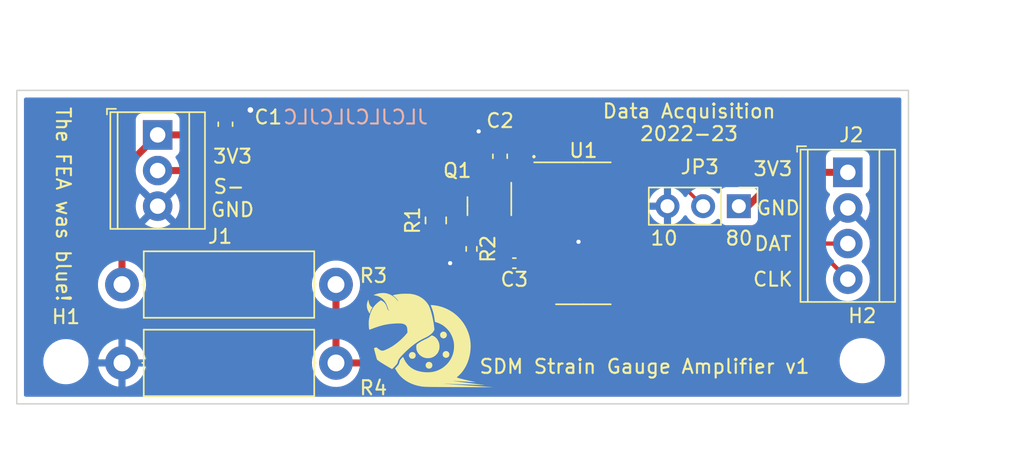
<source format=kicad_pcb>
(kicad_pcb (version 20221018) (generator pcbnew)
  (title_block (title "SDM Strain Gauge Amplifier Board") (date "2023-01-26") (rev "v1") (company "Sun Devil Motorsports"))
  (layers (0 "F.Cu" signal) (31 "B.Cu" signal) (34 "B.Paste" user) (35 "F.Paste" user) (36 "B.SilkS" user "B.Silkscreen") (37 "F.SilkS" user "F.Silkscreen") (38 "B.Mask" user) (39 "F.Mask" user) (44 "Edge.Cuts" user))
  (net 0 "")
  (net 1 "+3.3VA")
  (net 2 "/S-")
  (net 3 "GND")
  (net 4 "+3.3V")
  (net 5 "/DAT")
  (net 6 "/CLK")
  (net 7 "Net-(Q1-Pad1)")
  (net 8 "/S+")
  (net 9 "Net-(R1-Pad1)")
  (net 10 "Net-(C3-Pad1)")
  (net 14 "/RATE")
  (footprint "TerminalBlock_TE-Connectivity:TerminalBlock_TE_282834-4_1x04_P2.54mm_Horizontal" (layer "F.Cu") (at 164.973 93.091 -90)
    (fp_text reference "J2" (at -2.667 -0.254 180) (layer "F.SilkS"))
    (fp_text value "MCU")
    (fp_line (start -1.86 2.97) (end -1.86 3.61) (stroke (width 0.12)) (layer "F.SilkS"))
    (fp_line (start -1.86 3.61) (end -1.46 3.61) (stroke (width 0.12)) (layer "F.SilkS"))
    (fp_line (start -1.62 -3.37) (end -1.62 3.37) (stroke (width 0.12)) (layer "F.SilkS"))
    (fp_line (start -1.62 -3.37) (end 9.241 -3.37) (stroke (width 0.12)) (layer "F.SilkS"))
    (fp_line (start -1.62 -2.25) (end 9.241 -2.25) (stroke (width 0.12)) (layer "F.SilkS"))
    (fp_line (start -1.62 2.85) (end 9.241 2.85) (stroke (width 0.12)) (layer "F.SilkS"))
    (fp_line (start -1.62 3.37) (end 9.241 3.37) (stroke (width 0.12)) (layer "F.SilkS"))
    (fp_line (start 9.241 -3.37) (end 9.241 3.37) (stroke (width 0.12)) (layer "F.SilkS"))
    (pad "1" thru_hole rect (at 0 0 270) (size 2.1 2.1) (drill 1.1) (layers "*.Cu" "*.Mask") (net 4 "+3.3V"))
    (pad "2" thru_hole circle (at 2.54 0 270) (size 2.1 2.1) (drill 1.1) (layers "*.Cu" "*.Mask") (net 3 "GND"))
    (pad "3" thru_hole circle (at 5.08 0 270) (size 2.1 2.1) (drill 1.1) (layers "*.Cu" "*.Mask") (net 5 "/DAT"))
    (pad "4" thru_hole circle (at 7.62 0 270) (size 2.1 2.1) (drill 1.1) (layers "*.Cu" "*.Mask") (net 6 "/CLK"))
  )
  (footprint "Capacitor_SMD:C_0603_1608Metric" (layer "F.Cu") (at 120.65 89.662 -90)
    (fp_text reference "C1" (at -0.508 -3.048 180) (layer "F.SilkS"))
    (fp_text value "10uF")
    (fp_line (start -0.14058 -0.51) (end 0.14058 -0.51) (stroke (width 0.12)) (layer "F.SilkS"))
    (fp_line (start -0.14058 0.51) (end 0.14058 0.51) (stroke (width 0.12)) (layer "F.SilkS"))
    (pad "1" smd roundrect (at -0.775 0 270) (size 0.9 0.95) (layers "F.Cu" "F.Paste" "F.Mask") (net 3 "GND"))
    (pad "2" smd roundrect (at 0.775 0 270) (size 0.9 0.95) (layers "F.Cu" "F.Paste" "F.Mask") (net 1 "+3.3VA"))
  )
  (footprint "Package_SO:SOP-16_3.9x9.9mm_P1.27mm" (layer "F.Cu") (at 146.14 97.44)
    (fp_text reference "U1" (at 0 -5.9) (layer "F.SilkS"))
    (fp_text value "HX711")
    (fp_line (start 0 -5.06) (end -3.5 -5.06) (stroke (width 0.12)) (layer "F.SilkS"))
    (fp_line (start 0 -5.06) (end 1.95 -5.06) (stroke (width 0.12)) (layer "F.SilkS"))
    (fp_line (start 0 5.06) (end -1.95 5.06) (stroke (width 0.12)) (layer "F.SilkS"))
    (fp_line (start 0 5.06) (end 1.95 5.06) (stroke (width 0.12)) (layer "F.SilkS"))
    (pad "1" smd roundrect (at -2.5 -4.445) (size 2 0.6) (layers "F.Cu" "F.Paste" "F.Mask") (net 4 "+3.3V"))
    (pad "2" smd roundrect (at -2.5 -3.175) (size 2 0.6) (layers "F.Cu" "F.Paste" "F.Mask") (net 7 "Net-(Q1-Pad1)"))
    (pad "3" smd roundrect (at -2.5 -1.905) (size 2 0.6) (layers "F.Cu" "F.Paste" "F.Mask") (net 1 "+3.3VA"))
    (pad "4" smd roundrect (at -2.5 -0.635) (size 2 0.6) (layers "F.Cu" "F.Paste" "F.Mask") (net 9 "Net-(R1-Pad1)"))
    (pad "5" smd roundrect (at -2.5 0.635) (size 2 0.6) (layers "F.Cu" "F.Paste" "F.Mask") (net 3 "GND"))
    (pad "6" smd roundrect (at -2.5 1.905) (size 2 0.6) (layers "F.Cu" "F.Paste" "F.Mask") (net 10 "Net-(C3-Pad1)"))
    (pad "7" smd roundrect (at -2.5 3.175) (size 2 0.6) (layers "F.Cu" "F.Paste" "F.Mask") (net 2 "/S-"))
    (pad "8" smd roundrect (at -2.5 4.445) (size 2 0.6) (layers "F.Cu" "F.Paste" "F.Mask") (net 8 "/S+"))
    (pad "9" smd roundrect (at 2.5 4.445) (size 2 0.6) (layers "F.Cu" "F.Paste" "F.Mask"))
    (pad "10" smd roundrect (at 2.5 3.175) (size 2 0.6) (layers "F.Cu" "F.Paste" "F.Mask"))
    (pad "11" smd roundrect (at 2.5 1.905) (size 2 0.6) (layers "F.Cu" "F.Paste" "F.Mask") (net 6 "/CLK"))
    (pad "12" smd roundrect (at 2.5 0.635) (size 2 0.6) (layers "F.Cu" "F.Paste" "F.Mask") (net 5 "/DAT"))
    (pad "13" smd roundrect (at 2.5 -0.635) (size 2 0.6) (layers "F.Cu" "F.Paste" "F.Mask"))
    (pad "14" smd roundrect (at 2.5 -1.905) (size 2 0.6) (layers "F.Cu" "F.Paste" "F.Mask") (net 3 "GND"))
    (pad "15" smd roundrect (at 2.5 -3.175) (size 2 0.6) (layers "F.Cu" "F.Paste" "F.Mask") (net 14 "/RATE"))
    (pad "16" smd roundrect (at 2.5 -4.445) (size 2 0.6) (layers "F.Cu" "F.Paste" "F.Mask") (net 4 "+3.3V"))
  )
  (footprint "Resistor_SMD:R_0805_2012Metric" (layer "F.Cu") (at 135.636 96.52 90)
    (fp_text reference "R1" (at 0 -1.65 90) (layer "F.SilkS"))
    (fp_text value "20k")
    (fp_line (start -0.227064 -0.735) (end 0.227064 -0.735) (stroke (width 0.12)) (layer "F.SilkS"))
    (fp_line (start -0.227064 0.735) (end 0.227064 0.735) (stroke (width 0.12)) (layer "F.SilkS"))
    (pad "1" smd roundrect (at -0.9125 0 90) (size 1.025 1.4) (layers "F.Cu" "F.Paste" "F.Mask") (roundrect_rratio 0.243902439) (net 9 "Net-(R1-Pad1)"))
    (pad "2" smd roundrect (at 0.9125 0 90) (size 1.025 1.4) (layers "F.Cu" "F.Paste" "F.Mask") (roundrect_rratio 0.243902439) (net 1 "+3.3VA"))
  )
  (footprint "Connector_PinHeader_2.54mm:PinHeader_1x03_P2.54mm_Vertical" (layer "F.Cu") (at 157.211 95.504 -90)
    (fp_text reference "JP3" (at -2.794 2.779 180) (layer "F.SilkS"))
    (fp_text value "RateSelector")
    (fp_line (start -1.33 -1.33) (end 0 -1.33) (stroke (width 0.12)) (layer "F.SilkS"))
    (fp_line (start -1.33 0) (end -1.33 -1.33) (stroke (width 0.12)) (layer "F.SilkS"))
    (fp_line (start -1.33 1.27) (end -1.33 6.41) (stroke (width 0.12)) (layer "F.SilkS"))
    (fp_line (start -1.33 1.27) (end 1.33 1.27) (stroke (width 0.12)) (layer "F.SilkS"))
    (fp_line (start -1.33 6.41) (end 1.33 6.41) (stroke (width 0.12)) (layer "F.SilkS"))
    (fp_line (start 1.33 1.27) (end 1.33 6.41) (stroke (width 0.12)) (layer "F.SilkS"))
    (pad "1" thru_hole rect (at 0 0 270) (size 1.7 1.7) (drill 1) (layers "*.Cu" "*.Mask") (net 4 "+3.3V"))
    (pad "2" thru_hole oval (at 0 2.54 270) (size 1.7 1.7) (drill 1) (layers "*.Cu" "*.Mask") (net 14 "/RATE"))
    (pad "3" thru_hole oval (at 0 5.08 270) (size 1.7 1.7) (drill 1) (layers "*.Cu" "*.Mask") (net 3 "GND"))
  )
  (footprint "SDM:Logo" (layer "F.Cu") (at 135.255 105.029)
    (fp_text reference "G***" hide)
    (fp_text value "LOGO" hide)
    (fp_poly (pts (xy -4.410053 -2.775514) (xy -4.386743 -2.657012) (xy -4.35352 -2.554398) (xy -4.310786 -2.468425) (xy -4.258946 -2.399844) (xy -4.198404 -2.349406) (xy -4.173257 -2.33518) (xy -4.12568 -2.31142) (xy -4.157813 -2.264716) (xy -4.214815 -2.168953) (xy -4.266009 -2.055519) (xy -4.311907 -1.923241) (xy -4.322716 -1.886735) (xy -4.327321 -1.874802) (xy -4.333596 -1.873502) (xy -4.344461 -1.884972) (xy -4.362838 -1.911352) (xy -4.369024 -1.920641) (xy -4.4412 -2.045816) (xy -4.493399 -2.173211) (xy -4.525534 -2.30185) (xy -4.537514 -2.430756) (xy -4.529251 -2.558954) (xy -4.500654 -2.685465) (xy -4.451635 -2.809315) (xy -4.450572 -2.8115) (xy -4.423309 -2.867339)) (fill solid) (layer "F.SilkS"))
    (fp_poly (pts (xy -0.045447 1.582187) (xy 0.010971 1.60497) (xy 0.06099 1.642811) (xy 0.101425 1.695936) (xy 0.112111 1.716834) (xy 0.131572 1.781842) (xy 0.132511 1.846648) (xy 0.116748 1.908098) (xy 0.0861 1.963037) (xy 0.042387 2.008311) (xy -0.012575 2.040765) (xy -0.076966 2.057245) (xy -0.084502 2.057944) (xy -0.121729 2.058857) (xy -0.154306 2.056391) (xy -0.166762 2.053711) (xy -0.23422 2.022265) (xy -0.287635 1.978091) (xy -0.325551 1.923747) (xy -0.346514 1.86179) (xy -0.34907 1.794779) (xy -0.33996 1.748997) (xy -0.312036 1.686196) (xy -0.271402 1.637092) (xy -0.22124 1.601913) (xy -0.164737 1.580885) (xy -0.105078 1.574234)) (fill solid) (layer "F.SilkS"))
    (fp_poly (pts (xy -1.224115 0.881455) (xy -1.162626 0.907977) (xy -1.112362 0.951726) (xy -1.078811 1.003058) (xy -1.056743 1.068649) (xy -1.053429 1.135127) (xy -1.067579 1.198941) (xy -1.097906 1.256538) (xy -1.143121 1.304367) (xy -1.200383 1.338233) (xy -1.24403 1.349308) (xy -1.297602 1.352816) (xy -1.35155 1.348605) (xy -1.383883 1.341158) (xy -1.426851 1.318535) (xy -1.468399 1.281416) (xy -1.503066 1.235746) (xy -1.525393 1.18747) (xy -1.525563 1.186901) (xy -1.537297 1.141712) (xy -1.540677 1.106489) (xy -1.535413 1.071989) (xy -1.521217 1.028965) (xy -1.52057 1.027229) (xy -1.487226 0.965737) (xy -1.439684 0.918587) (xy -1.380184 0.887314) (xy -1.310966 0.873456) (xy -1.295589 0.872904)) (fill solid) (layer "F.SilkS"))
    (fp_poly (pts (xy 1.015718 -0.566714) (xy 1.065516 -0.537056) (xy 1.093084 -0.512338) (xy 1.134719 -0.457534) (xy 1.158386 -0.397145) (xy 1.164968 -0.334473) (xy 1.155345 -0.272817) (xy 1.130396 -0.215479) (xy 1.091004 -0.16576) (xy 1.038048 -0.126961) (xy 0.984536 -0.105446) (xy 0.947444 -0.096857) (xy 0.916681 -0.095412) (xy 0.883409 -0.101627) (xy 0.845931 -0.113532) (xy 0.781189 -0.145609) (xy 0.732118 -0.191168) (xy 0.699471 -0.249139) (xy 0.684002 -0.318455) (xy 0.682789 -0.344624) (xy 0.684166 -0.386829) (xy 0.690572 -0.418154) (xy 0.704562 -0.448407) (xy 0.713905 -0.464113) (xy 0.75847 -0.520612) (xy 0.811157 -0.558264) (xy 0.87324 -0.577901) (xy 0.891765 -0.58022) (xy 0.959534 -0.580518)) (fill solid) (layer "F.SilkS"))
    (fp_poly (pts (xy 1.192618 0.81913) (xy 1.25046 0.851605) (xy 1.278327 0.876592) (xy 1.317653 0.930602) (xy 1.339 0.992421) (xy 1.34397 1.048632) (xy 1.334484 1.118771) (xy 1.307131 1.179693) (xy 1.263574 1.229158) (xy 1.205472 1.264924) (xy 1.175532 1.275804) (xy 1.125977 1.287901) (xy 1.085905 1.290205) (xy 1.046426 1.282748) (xy 1.026812 1.276333) (xy 0.974759 1.251845) (xy 0.932519 1.216907) (xy 0.901359 1.178243) (xy 0.883938 1.150253) (xy 0.87372 1.122552) (xy 0.868339 1.087032) (xy 0.866444 1.058462) (xy 0.868289 0.994646) (xy 0.882773 0.942852) (xy 0.912423 0.896885) (xy 0.94658 0.862103) (xy 1.002116 0.825072) (xy 1.064359 0.805685) (xy 1.129222 0.803764)) (fill solid) (layer "F.SilkS"))
    (fp_poly (pts (xy 0.10462 -0.309346) (xy 0.133154 -0.301055) (xy 0.15935 -0.292449) (xy 0.254099 -0.249147) (xy 0.342445 -0.18766) (xy 0.42269 -0.110104) (xy 0.493136 -0.018591) (xy 0.552086 0.084764) (xy 0.597844 0.197847) (xy 0.621449 0.283132) (xy 0.633416 0.357156) (xy 0.639274 0.441205) (xy 0.639111 0.528294) (xy 0.63301 0.611441) (xy 0.62106 0.68366) (xy 0.616288 0.702357) (xy 0.594763 0.766722) (xy 0.566235 0.835563) (xy 0.53428 0.901051) (xy 0.502474 0.955356) (xy 0.497207 0.963102) (xy 0.463326 1.005736) (xy 0.418445 1.054274) (xy 0.36866 1.10271) (xy 0.320069 1.14504) (xy 0.287775 1.169373) (xy 0.180612 1.232558) (xy 0.070483 1.277214) (xy -0.045514 1.30409) (xy -0.170279 1.31394) (xy -0.26046 1.311371) (xy -0.384787 1.293061) (xy -0.503562 1.255937) (xy -0.614837 1.201595) (xy -0.716666 1.13163) (xy -0.807105 1.047637) (xy -0.884207 0.951213) (xy -0.946026 0.843951) (xy -0.990616 0.727447) (xy -0.995917 0.708449) (xy -1.005081 0.660121) (xy -1.011071 0.600265) (xy -1.013769 0.535404) (xy -1.013059 0.472057) (xy -1.008825 0.416746) (xy -1.001801 0.378854) (xy -0.993532 0.356887) (xy -0.980207 0.335715) (xy -0.95937 0.313036) (xy -0.928564 0.28655) (xy -0.885335 0.253955) (xy -0.827226 0.21295) (xy -0.817843 0.206461) (xy -0.709567 0.137411) (xy -0.582085 0.066337) (xy -0.436839 -0.005973) (xy -0.380841 -0.03199) (xy -0.261619 -0.089465) (xy -0.158401 -0.146091) (xy -0.06665 -0.204512) (xy 0.003705 -0.255993) (xy 0.037659 -0.281361) (xy 0.066219 -0.300842) (xy 0.084905 -0.311455) (xy 0.088709 -0.312551)) (fill solid) (layer "F.SilkS"))
    (fp_poly (pts (xy -3.310822 -3.332449) (xy -3.209587 -3.323845) (xy -3.178505 -3.319096) (xy -3.025333 -3.281942) (xy -2.877694 -3.224865) (xy -2.736156 -3.148179) (xy -2.601287 -3.052198) (xy -2.473656 -2.937234) (xy -2.457735 -2.921025) (xy -2.4197 -2.880581) (xy -2.384252 -2.840768) (xy -2.355599 -2.80644) (xy -2.339143 -2.784311) (xy -2.322087 -2.759141) (xy -2.310155 -2.743101) (xy -2.307013 -2.740033) (xy -2.305647 -2.748236) (xy -2.311955 -2.769093) (xy -2.323618 -2.796975) (xy -2.338312 -2.826255) (xy -2.351708 -2.848412) (xy -2.379572 -2.884086) (xy -2.419482 -2.928351) (xy -2.467067 -2.976968) (xy -2.517953 -3.025698) (xy -2.56777 -3.070303) (xy -2.612144 -3.106544) (xy -2.634651 -3.122719) (xy -2.667062 -3.145934) (xy -2.685303 -3.162775) (xy -2.687463 -3.17144) (xy -2.686682 -3.171802) (xy -2.637546 -3.186297) (xy -2.571918 -3.201847) (xy -2.494067 -3.217704) (xy -2.408258 -3.233119) (xy -2.318761 -3.247343) (xy -2.229841 -3.259627) (xy -2.145767 -3.269224) (xy -2.11493 -3.272101) (xy -2.050449 -3.276478) (xy -1.97335 -3.279794) (xy -1.887693 -3.282047) (xy -1.797533 -3.283237) (xy -1.706931 -3.283365) (xy -1.619942 -3.28243) (xy -1.540625 -3.280433) (xy -1.473037 -3.277373) (xy -1.421237 -3.273251) (xy -1.41169 -3.272114) (xy -1.233438 -3.242398) (xy -1.069894 -3.201032) (xy -0.917746 -3.146827) (xy -0.773681 -3.078593) (xy -0.634388 -2.995142) (xy -0.62757 -2.990602) (xy -0.505531 -2.899343) (xy -0.390524 -2.794502) (xy -0.285707 -2.67965) (xy -0.194235 -2.558358) (xy -0.119268 -2.434198) (xy -0.097876 -2.391491) (xy -0.056928 -2.296059) (xy -0.015499 -2.182518) (xy 0.025769 -2.053567) (xy 0.066232 -1.911904) (xy 0.105246 -1.760227) (xy 0.142168 -1.601235) (xy 0.176355 -1.437624) (xy 0.207162 -1.272095) (xy 0.233947 -1.107343) (xy 0.256066 -0.946069) (xy 0.264833 -0.870719) (xy 0.270988 -0.812701) (xy 0.274631 -0.771124) (xy 0.275672 -0.741733) (xy 0.27402 -0.720271) (xy 0.269587 -0.702485) (xy 0.262283 -0.684119) (xy 0.260824 -0.680803) (xy 0.212718 -0.594553) (xy 0.145298 -0.508263) (xy 0.060049 -0.423198) (xy -0.041547 -0.340629) (xy -0.158007 -0.261821) (xy -0.287847 -0.188044) (xy -0.354225 -0.154916) (xy -0.416624 -0.124867) (xy -0.479368 -0.094278) (xy -0.537256 -0.065709) (xy -0.585088 -0.04172) (xy -0.609475 -0.029198) (xy -0.795774 0.076063) (xy -0.987186 0.199616) (xy -1.181979 0.340076) (xy -1.37842 0.496056) (xy -1.574776 0.666169) (xy -1.769316 0.849029) (xy -1.960306 1.043248) (xy -1.993236 1.078302) (xy -2.069986 1.161458) (xy -2.133298 1.232451) (xy -2.184716 1.293601) (xy -2.225781 1.347231) (xy -2.258035 1.395661) (xy -2.28302 1.441213) (xy -2.302279 1.486207) (xy -2.317353 1.532964) (xy -2.329785 1.583806) (xy -2.330126 1.585387) (xy -2.342681 1.63409) (xy -2.35895 1.673345) (xy -2.383452 1.712933) (xy -2.39879 1.734028) (xy -2.421249 1.761947) (xy -2.452742 1.798277) (xy -2.490795 1.840446) (xy -2.532933 1.88588) (xy -2.576682 1.932005) (xy -2.619566 1.976248) (xy -2.65911 2.016035) (xy -2.69284 2.048792) (xy -2.718281 2.071947) (xy -2.732958 2.082924) (xy -2.734824 2.083464) (xy -2.750535 2.078499) (xy -2.774594 2.067283) (xy -2.776497 2.066283) (xy -2.843673 2.0297) (xy -2.92366 1.984504) (xy -3.013165 1.932685) (xy -3.108897 1.876237) (xy -3.207564 1.817151) (xy -3.305871 1.75742) (xy -3.400528 1.699034) (xy -3.488243 1.643987) (xy -3.565722 1.594271) (xy -3.629673 1.551876) (xy -3.651641 1.536779) (xy -3.710126 1.495183) (xy -3.753714 1.461567) (xy -3.785173 1.432855) (xy -3.807267 1.405972) (xy -3.822764 1.377841) (xy -3.834428 1.345387) (xy -3.839273 1.328143) (xy -3.846868 1.299735) (xy -3.859036 1.2544) (xy -3.874921 1.195326) (xy -3.893662 1.125702) (xy -3.914403 1.048717) (xy -3.936286 0.96756) (xy -3.944182 0.93829) (xy -3.965037 0.860052) (xy -3.983749 0.788029) (xy -3.999699 0.724744) (xy -4.012271 0.672718) (xy -4.020849 0.634474) (xy -4.024814 0.612535) (xy -4.024875 0.608469) (xy -4.011771 0.596088) (xy -3.984292 0.581239) (xy -3.948306 0.566396) (xy -3.909678 0.554034) (xy -3.880408 0.547527) (xy -3.859763 0.545042) (xy -3.842861 0.547033) (xy -3.824955 0.555869) (xy -3.801296 0.573921) (xy -3.767136 0.60356) (xy -3.765806 0.604735) (xy -3.688162 0.666958) (xy -3.610938 0.716701) (xy -3.536715 0.752752) (xy -3.468075 0.773893) (xy -3.407598 0.778912) (xy -3.397633 0.777991) (xy -3.346704 0.767094) (xy -3.281349 0.745922) (xy -3.204417 0.715849) (xy -3.118758 0.678249) (xy -3.027223 0.634496) (xy -2.932661 0.585964) (xy -2.837922 0.534025) (xy -2.745857 0.480055) (xy -2.659315 0.425427) (xy -2.641058 0.413295) (xy -2.487505 0.304242) (xy -2.331983 0.182538) (xy -2.178274 0.051631) (xy -2.03016 -0.08503) (xy -1.891423 -0.223995) (xy -1.765845 -0.361817) (xy -1.687058 -0.456691) (xy -1.642919 -0.512274) (xy -1.64974 -0.677744) (xy -1.655803 -0.771912) (xy -1.666298 -0.848698) (xy -1.682537 -0.911324) (xy -1.705833 -0.96301) (xy -1.737499 -1.006976) (xy -1.778847 -1.046443) (xy -1.809513 -1.069776) (xy -1.856394 -1.098825) (xy -1.908373 -1.122056) (xy -1.96785 -1.139859) (xy -2.037223 -1.152623) (xy -2.118895 -1.16074) (xy -2.215263 -1.164598) (xy -2.328729 -1.164589) (xy -2.385808 -1.163432) (xy -2.626811 -1.152295) (xy -2.858596 -1.130867) (xy -3.084772 -1.098384) (xy -3.308946 -1.054085) (xy -3.534726 -0.997209) (xy -3.765722 -0.926994) (xy -4.00554 -0.842678) (xy -4.128256 -0.795635) (xy -4.188578 -0.772214) (xy -4.242875 -0.751676) (xy -4.287957 -0.735183) (xy -4.320632 -0.723899) (xy -4.337712 -0.718986) (xy -4.338861 -0.718868) (xy -4.356015 -0.727094) (xy -4.363927 -0.737141) (xy -4.373066 -0.765054) (xy -4.381064 -0.810413) (xy -4.387805 -0.869853) (xy -4.393172 -0.940007) (xy -4.397047 -1.017511) (xy -4.399313 -1.098998) (xy -4.399853 -1.181104) (xy -4.398551 -1.260462) (xy -4.395289 -1.333706) (xy -4.38995 -1.397473) (xy -4.387573 -1.416899) (xy -4.358698 -1.585597) (xy -4.318603 -1.750986) (xy -4.268457 -1.909886) (xy -4.209427 -2.059117) (xy -4.142681 -2.195499) (xy -4.069387 -2.31585) (xy -4.044791 -2.35039) (xy -3.941119 -2.476398) (xy -3.822062 -2.596957) (xy -3.69307 -2.706859) (xy -3.603176 -2.772363) (xy -3.538312 -2.816411) (xy -3.464747 -2.778471) (xy -3.363425 -2.715706) (xy -3.277385 -2.63953) (xy -3.206116 -2.549282) (xy -3.149108 -2.4443) (xy -3.105849 -2.323923) (xy -3.101182 -2.307005) (xy -3.088043 -2.26109) (xy -3.074515 -2.219192) (xy -3.062825 -2.188037) (xy -3.059075 -2.179919) (xy -3.030289 -2.141823) (xy -2.988996 -2.108354) (xy -2.943443 -2.085969) (xy -2.936448 -2.083885) (xy -2.915311 -2.078852) (xy -2.912091 -2.080499) (xy -2.921146 -2.08691) (xy -2.957768 -2.113186) (xy -2.989641 -2.141616) (xy -3.010493 -2.166508) (xy -3.012282 -2.169585) (xy -3.019903 -2.188767) (xy -3.030785 -2.222331) (xy -3.043092 -2.264455) (xy -3.048877 -2.285668) (xy -3.097625 -2.439957) (xy -3.157821 -2.578184) (xy -3.230577 -2.702379) (xy -3.317006 -2.814572) (xy -3.369741 -2.870866) (xy -3.478079 -2.965316) (xy -3.596722 -3.043026) (xy -3.723533 -3.102964) (xy -3.856377 -3.144095) (xy -3.97461 -3.163717) (xy -4.010377 -3.168209) (xy -4.038574 -3.173377) (xy -4.050558 -3.177047) (xy -4.049108 -3.183983) (xy -4.030701 -3.195555) (xy -3.99839 -3.210589) (xy -3.955227 -3.227911) (xy -3.904267 -3.246347) (xy -3.848562 -3.264724) (xy -3.791165 -3.281866) (xy -3.747656 -3.293508) (xy -3.647351 -3.313632) (xy -3.536547 -3.327035) (xy -3.42209 -3.33341)) (fill solid) (layer "F.SilkS"))
    (fp_poly (pts (xy 0.054207 -2.475525) (xy 0.096459 -2.472801) (xy 0.148124 -2.468592) (xy 0.205442 -2.463232) (xy 0.264654 -2.457054) (xy 0.322003 -2.450392) (xy 0.37373 -2.443579) (xy 0.381363 -2.442478) (xy 0.591632 -2.40209) (xy 0.803664 -2.342778) (xy 1.014336 -2.265874) (xy 1.220525 -2.172709) (xy 1.419107 -2.064615) (xy 1.606958 -1.942924) (xy 1.682251 -1.887817) (xy 1.870859 -1.731844) (xy 2.045632 -1.561286) (xy 2.205757 -1.377475) (xy 2.350421 -1.181742) (xy 2.478811 -0.975422) (xy 2.590115 -0.759844) (xy 2.68352 -0.536343) (xy 2.758212 -0.30625) (xy 2.813379 -0.070898) (xy 2.822858 -0.018289) (xy 2.851057 0.205538) (xy 2.861104 0.435936) (xy 2.853421 0.670034) (xy 2.828431 0.904962) (xy 2.786555 1.137847) (xy 2.728216 1.365818) (xy 2.653836 1.586004) (xy 2.563837 1.795533) (xy 2.552903 1.818006) (xy 2.443427 2.019564) (xy 2.321277 2.205635) (xy 2.186922 2.375609) (xy 2.040825 2.528881) (xy 1.935217 2.623083) (xy 1.904771 2.649953) (xy 1.882842 2.67222) (xy 1.87263 2.686491) (xy 1.872707 2.689397) (xy 1.888947 2.697697) (xy 1.924322 2.710044) (xy 1.97759 2.726123) (xy 2.04751 2.745621) (xy 2.132841 2.768221) (xy 2.232343 2.793611) (xy 2.344775 2.821474) (xy 2.468895 2.851497) (xy 2.603462 2.883365) (xy 2.747236 2.916762) (xy 2.898977 2.951375) (xy 2.961065 2.965364) (xy 3.032333 2.981475) (xy 3.096283 2.996142) (xy 3.150294 3.008745) (xy 3.191746 3.018668) (xy 3.218017 3.025292) (xy 3.226518 3.02798) (xy 3.215981 3.027752) (xy 3.18632 3.0263) (xy 3.139203 3.023722) (xy 3.076302 3.020117) (xy 2.999285 3.015585) (xy 2.909822 3.010223) (xy 2.809583 3.004133) (xy 2.700239 2.997411) (xy 2.583459 2.990158) (xy 2.494985 2.984616) (xy 2.326333 2.974013) (xy 2.177614 2.964675) (xy 2.047966 2.956571) (xy 1.936524 2.94967) (xy 1.842426 2.943941) (xy 1.764808 2.939354) (xy 1.702808 2.935878) (xy 1.655563 2.933482) (xy 1.622209 2.932136) (xy 1.601882 2.931809) (xy 1.593721 2.93247) (xy 1.596861 2.934088) (xy 1.61044 2.936633) (xy 1.633594 2.940074) (xy 1.66546 2.944381) (xy 1.705176 2.949522) (xy 1.751877 2.955467) (xy 1.781542 2.959236) (xy 1.841841 2.966937) (xy 1.917373 2.976634) (xy 2.002711 2.987627) (xy 2.092427 2.999217) (xy 2.181093 3.010703) (xy 2.229532 3.016994) (xy 2.307435 3.027117) (xy 2.401194 3.039289) (xy 2.506002 3.052888) (xy 2.617049 3.06729) (xy 2.729529 3.08187) (xy 2.838632 3.096007) (xy 2.906727 3.104825) (xy 3.010832 3.118307) (xy 3.121403 3.132631) (xy 3.233652 3.147176) (xy 3.342791 3.161323) (xy 3.444032 3.17445) (xy 3.532587 3.185936) (xy 3.5822 3.192375) (xy 3.67226 3.204297) (xy 3.745813 3.214515) (xy 3.802263 3.22292) (xy 3.841014 3.229402) (xy 3.861471 3.233849) (xy 3.863037 3.236153) (xy 3.845118 3.236202) (xy 3.807118 3.233887) (xy 3.806135 3.233814) (xy 3.782715 3.232492) (xy 3.741017 3.230571) (xy 3.683588 3.228151) (xy 3.612972 3.225334) (xy 3.531718 3.222219) (xy 3.44237 3.218908) (xy 3.347477 3.215501) (xy 3.302625 3.213928) (xy 3.095988 3.206711) (xy 2.893019 3.199576) (xy 2.694824 3.192562) (xy 2.502513 3.185712) (xy 2.317193 3.179066) (xy 2.139975 3.172666) (xy 1.971964 3.166551) (xy 1.814271 3.160763) (xy 1.668003 3.155343) (xy 1.53427 3.150332) (xy 1.414178 3.145772) (xy 1.308837 3.141702) (xy 1.219355 3.138163) (xy 1.146841 3.135198) (xy 1.092402 3.132847) (xy 1.057148 3.13115) (xy 1.047368 3.13058) (xy 1.007081 3.128493) (xy 0.976906 3.128027) (xy 0.961091 3.129193) (xy 0.959922 3.130417) (xy 0.971012 3.132058) (xy 1.001311 3.134986) (xy 1.049239 3.139079) (xy 1.113215 3.144218) (xy 1.191659 3.150283) (xy 1.282992 3.157155) (xy 1.385632 3.164713) (xy 1.498 3.172837) (xy 1.618515 3.181407) (xy 1.745597 3.190305) (xy 1.787861 3.193234) (xy 1.923306 3.202607) (xy 2.05755 3.211919) (xy 2.188424 3.221016) (xy 2.313756 3.229747) (xy 2.431374 3.23796) (xy 2.539109 3.245504) (xy 2.634788 3.252226) (xy 2.716242 3.257975) (xy 2.781298 3.262599) (xy 2.827786 3.265946) (xy 2.828589 3.266004) (xy 2.878191 3.269568) (xy 2.946064 3.274364) (xy 3.029692 3.280219) (xy 3.126555 3.286958) (xy 3.234137 3.294407) (xy 3.349919 3.302392) (xy 3.471385 3.310737) (xy 3.596016 3.31927) (xy 3.721294 3.327816) (xy 3.734988 3.328748) (xy 3.853149 3.336824) (xy 3.965512 3.344572) (xy 4.070296 3.351865) (xy 4.165721 3.358575) (xy 4.250005 3.364576) (xy 4.321367 3.369739) (xy 4.378027 3.373939) (xy 4.418204 3.377048) (xy 4.440116 3.378938) (xy 4.443437 3.379337) (xy 4.444035 3.380007) (xy 4.437646 3.380601) (xy 4.423621 3.38112) (xy 4.401315 3.381562) (xy 4.37008 3.381925) (xy 4.32927 3.382209) (xy 4.278238 3.382412) (xy 4.216337 3.382534) (xy 4.142921 3.382573) (xy 4.057343 3.382528) (xy 3.958955 3.382398) (xy 3.847112 3.382181) (xy 3.721166 3.381877) (xy 3.580471 3.381485) (xy 3.424381 3.381003) (xy 3.252247 3.38043) (xy 3.063423 3.379765) (xy 2.857264 3.379007) (xy 2.633121 3.378154) (xy 2.390348 3.377206) (xy 2.128299 3.376162) (xy 1.846327 3.37502) (xy 1.724241 3.374521) (xy 1.473133 3.373472) (xy 1.241921 3.372455) (xy 1.02966 3.371449) (xy 0.83541 3.370434) (xy 0.658228 3.36939) (xy 0.497172 3.368297) (xy 0.351301 3.367134) (xy 0.219671 3.365882) (xy 0.101341 3.36452) (xy -0.004631 3.363028) (xy -0.099187 3.361386) (xy -0.18327 3.359574) (xy -0.257821 3.357571) (xy -0.323784 3.355358) (xy -0.382098 3.352914) (xy -0.433708 3.350218) (xy -0.479555 3.347252) (xy -0.520581 3.343995) (xy -0.557728 3.340425) (xy -0.591938 3.336525) (xy -0.624154 3.332272) (xy -0.655317 3.327647) (xy -0.68449 3.322944) (xy -0.918889 3.2751) (xy -1.14201 3.211551) (xy -1.353215 3.132717) (xy -1.551869 3.039019) (xy -1.737336 2.930876) (xy -1.90898 2.80871) (xy -2.066163 2.672941) (xy -2.208251 2.523989) (xy -2.334606 2.362275) (xy -2.444593 2.188219) (xy -2.469129 2.143445) (xy -2.523249 2.041731) (xy -2.456049 1.971542) (xy -2.392057 1.903659) (xy -2.341399 1.846937) (xy -2.30215 1.798349) (xy -2.272387 1.754868) (xy -2.250182 1.713464) (xy -2.233613 1.671112) (xy -2.220753 1.624783) (xy -2.213157 1.589527) (xy -2.201096 1.536771) (xy -2.186819 1.495419) (xy -2.166496 1.4561) (xy -2.144525 1.421625) (xy -2.118749 1.386485) (xy -2.087181 1.348487) (xy -2.052886 1.310716) (xy -2.018926 1.276258) (xy -1.988366 1.248198) (xy -1.964269 1.229621) (xy -1.949699 1.223614) (xy -1.948371 1.224076) (xy -1.93959 1.23683) (xy -1.929137 1.261459) (xy -1.926706 1.268582) (xy -1.911487 1.307681) (xy -1.887852 1.3592) (xy -1.858507 1.417935) (xy -1.826154 1.478685) (xy -1.793496 1.536246) (xy -1.763238 1.585417) (xy -1.757709 1.593791) (xy -1.653469 1.734388) (xy -1.54039 1.857276) (xy -1.416101 1.964554) (xy -1.278232 2.058322) (xy -1.159396 2.123607) (xy -1.024616 2.181959) (xy -0.874913 2.23048) (xy -0.713948 2.268761) (xy -0.545382 2.296392) (xy -0.372877 2.312966) (xy -0.200094 2.318071) (xy -0.030695 2.3113) (xy 0.131658 2.292243) (xy 0.213577 2.277026) (xy 0.398919 2.2273) (xy 0.576382 2.159028) (xy 0.744808 2.07336) (xy 0.903036 1.971449) (xy 1.049907 1.854444) (xy 1.184263 1.723499) (xy 1.304942 1.579763) (xy 1.410787 1.424389) (xy 1.500638 1.258527) (xy 1.573335 1.083329) (xy 1.627719 0.899946) (xy 1.635788 0.864725) (xy 1.657646 0.738839) (xy 1.671076 0.603554) (xy 1.675995 0.464878) (xy 1.672323 0.328821) (xy 1.659976 0.201391) (xy 1.645975 0.119811) (xy 1.605204 -0.037093) (xy 1.549387 -0.194742) (xy 1.480939 -0.347582) (xy 1.402274 -0.490055) (xy 1.340426 -0.583429) (xy 1.25816 -0.68712) (xy 1.160884 -0.791519) (xy 1.053677 -0.891791) (xy 0.941614 -0.983101) (xy 0.859516 -1.041415) (xy 0.787046 -1.084911) (xy 0.700394 -1.129587) (xy 0.605844 -1.172697) (xy 0.509677 -1.211496) (xy 0.418175 -1.243237) (xy 0.359434 -1.259996) (xy 0.31776 -1.270526) (xy 0.283893 -1.492175) (xy 0.261405 -1.631692) (xy 0.238723 -1.754989) (xy 0.214645 -1.866655) (xy 0.187969 -1.971282) (xy 0.157493 -2.073461) (xy 0.122016 -2.177782) (xy 0.080337 -2.288837) (xy 0.065482 -2.326573) (xy 0.045757 -2.377258) (xy 0.029613 -2.420765) (xy 0.018287 -2.453604) (xy 0.013009 -2.472284) (xy 0.012972 -2.475182) (xy 0.025125 -2.47643)) (fill solid) (layer "F.SilkS"))
  )
  (footprint "Resistor_SMD:R_0402_1005Metric" (layer "F.Cu") (at 138.176 98.552 -90)
    (fp_text reference "R2" (at 0 -1.17 90) (layer "F.SilkS"))
    (fp_text value "8.2k")
    (fp_line (start -0.153641 -0.38) (end 0.153641 -0.38) (stroke (width 0.12)) (layer "F.SilkS"))
    (fp_line (start -0.153641 0.38) (end 0.153641 0.38) (stroke (width 0.12)) (layer "F.SilkS"))
    (pad "1" smd roundrect (at -0.51 0 270) (size 0.54 0.64) (layers "F.Cu" "F.Paste" "F.Mask") (net 9 "Net-(R1-Pad1)"))
    (pad "2" smd roundrect (at 0.51 0 270) (size 0.54 0.64) (layers "F.Cu" "F.Paste" "F.Mask") (net 3 "GND"))
  )
  (footprint "MountingHole:MountingHole_2.2mm_M2" (layer "F.Cu") (at 109.29 106.59)
    (fp_text reference "H1" (at 0 -3.2) (layer "F.SilkS"))
    (fp_text value "M2")
    (pad "" np_thru_hole circle (at 0 0) (size 2.2 2.2) (drill 2.2) (layers "*.Cu" "*.Mask"))
  )
  (footprint "Resistor_THT:R_Axial_DIN0414_L11.9mm_D4.5mm_P15.24mm_Horizontal" (layer "F.Cu") (at 128.524 106.68 180)
    (fp_text reference "R4" (at -2.667 -1.778) (layer "F.SilkS"))
    (fp_text value "350")
    (fp_line (start 1.44 0) (end 1.55 0) (stroke (width 0.12)) (layer "F.SilkS"))
    (fp_line (start 1.55 -2.37) (end 1.55 2.37) (stroke (width 0.12)) (layer "F.SilkS"))
    (fp_line (start 1.55 2.37) (end 13.69 2.37) (stroke (width 0.12)) (layer "F.SilkS"))
    (fp_line (start 13.69 -2.37) (end 1.55 -2.37) (stroke (width 0.12)) (layer "F.SilkS"))
    (fp_line (start 13.69 2.37) (end 13.69 -2.37) (stroke (width 0.12)) (layer "F.SilkS"))
    (fp_line (start 13.8 0) (end 13.69 0) (stroke (width 0.12)) (layer "F.SilkS"))
    (pad "1" thru_hole circle (at 0 0 180) (size 2.4 2.4) (drill 1.2) (layers "*.Cu" "*.Mask") (net 8 "/S+"))
    (pad "2" thru_hole oval (at 15.24 0 180) (size 2.4 2.4) (drill 1.2) (layers "*.Cu" "*.Mask") (net 3 "GND"))
  )
  (footprint "TerminalBlock_TE-Connectivity:TerminalBlock_TE_282834-3_1x03_P2.54mm_Horizontal" (layer "F.Cu") (at 115.824 90.424 -90)
    (fp_text reference "J1" (at 7.239 -4.445 180) (layer "F.SilkS"))
    (fp_text value "Strain Gauge")
    (fp_line (start -1.86 2.97) (end -1.86 3.61) (stroke (width 0.12)) (layer "F.SilkS"))
    (fp_line (start -1.86 3.61) (end -1.46 3.61) (stroke (width 0.12)) (layer "F.SilkS"))
    (fp_line (start -1.62 -3.37) (end -1.62 3.37) (stroke (width 0.12)) (layer "F.SilkS"))
    (fp_line (start -1.62 -3.37) (end 6.7 -3.37) (stroke (width 0.12)) (layer "F.SilkS"))
    (fp_line (start -1.62 -2.25) (end 6.7 -2.25) (stroke (width 0.12)) (layer "F.SilkS"))
    (fp_line (start -1.62 2.85) (end 6.7 2.85) (stroke (width 0.12)) (layer "F.SilkS"))
    (fp_line (start -1.62 3.37) (end 6.7 3.37) (stroke (width 0.12)) (layer "F.SilkS"))
    (fp_line (start 6.7 -3.37) (end 6.7 3.37) (stroke (width 0.12)) (layer "F.SilkS"))
    (pad "1" thru_hole rect (at 0 0 270) (size 2.1 2.1) (drill 1.1) (layers "*.Cu" "*.Mask") (net 1 "+3.3VA"))
    (pad "2" thru_hole circle (at 2.54 0 270) (size 2.1 2.1) (drill 1.1) (layers "*.Cu" "*.Mask") (net 2 "/S-"))
    (pad "3" thru_hole circle (at 5.08 0 270) (size 2.1 2.1) (drill 1.1) (layers "*.Cu" "*.Mask") (net 3 "GND"))
  )
  (footprint "Capacitor_SMD:C_0402_1005Metric" (layer "F.Cu") (at 141.224 99.568 180)
    (fp_text reference "C3" (at 0 -1.16) (layer "F.SilkS"))
    (fp_text value "0.1uF")
    (fp_line (start -0.107836 -0.36) (end 0.107836 -0.36) (stroke (width 0.12)) (layer "F.SilkS"))
    (fp_line (start -0.107836 0.36) (end 0.107836 0.36) (stroke (width 0.12)) (layer "F.SilkS"))
    (pad "1" smd roundrect (at -0.48 0 180) (size 0.56 0.62) (layers "F.Cu" "F.Paste" "F.Mask") (net 10 "Net-(C3-Pad1)"))
    (pad "2" smd roundrect (at 0.48 0 180) (size 0.56 0.62) (layers "F.Cu" "F.Paste" "F.Mask") (net 3 "GND"))
  )
  (footprint "Capacitor_SMD:C_0603_1608Metric" (layer "F.Cu") (at 140.208 91.948 -90)
    (fp_text reference "C2" (at -2.54 0 180) (layer "F.SilkS"))
    (fp_text value "10uF")
    (fp_line (start -0.14058 -0.51) (end 0.14058 -0.51) (stroke (width 0.12)) (layer "F.SilkS"))
    (fp_line (start -0.14058 0.51) (end 0.14058 0.51) (stroke (width 0.12)) (layer "F.SilkS"))
    (pad "1" smd roundrect (at -0.775 0 270) (size 0.9 0.95) (layers "F.Cu" "F.Paste" "F.Mask") (net 3 "GND"))
    (pad "2" smd roundrect (at 0.775 0 270) (size 0.9 0.95) (layers "F.Cu" "F.Paste" "F.Mask") (net 4 "+3.3V"))
  )
  (footprint "MountingHole:MountingHole_2.2mm_M2" (layer "F.Cu") (at 166 106.52)
    (fp_text reference "H2" (at 0 -3.2) (layer "F.SilkS"))
    (fp_text value "M2")
    (pad "" np_thru_hole circle (at 0 0) (size 2.2 2.2) (drill 2.2) (layers "*.Cu" "*.Mask"))
  )
  (footprint "Resistor_THT:R_Axial_DIN0414_L11.9mm_D4.5mm_P15.24mm_Horizontal" (layer "F.Cu") (at 113.284 101.092)
    (fp_text reference "R3" (at 17.907 -0.635) (layer "F.SilkS"))
    (fp_text value "350")
    (fp_line (start 1.44 0) (end 1.55 0) (stroke (width 0.12)) (layer "F.SilkS"))
    (fp_line (start 1.55 -2.37) (end 1.55 2.37) (stroke (width 0.12)) (layer "F.SilkS"))
    (fp_line (start 1.55 2.37) (end 13.69 2.37) (stroke (width 0.12)) (layer "F.SilkS"))
    (fp_line (start 13.69 -2.37) (end 1.55 -2.37) (stroke (width 0.12)) (layer "F.SilkS"))
    (fp_line (start 13.69 2.37) (end 13.69 -2.37) (stroke (width 0.12)) (layer "F.SilkS"))
    (fp_line (start 13.8 0) (end 13.69 0) (stroke (width 0.12)) (layer "F.SilkS"))
    (pad "1" thru_hole circle (at 0 0) (size 2.4 2.4) (drill 1.2) (layers "*.Cu" "*.Mask") (net 1 "+3.3VA"))
    (pad "2" thru_hole oval (at 15.24 0) (size 2.4 2.4) (drill 1.2) (layers "*.Cu" "*.Mask") (net 8 "/S+"))
  )
  (footprint "Package_TO_SOT_SMD:SOT-23" (layer "F.Cu") (at 139.446 95.504 -90)
    (fp_text reference "Q1" (at -2.54 2.286 180) (layer "F.SilkS"))
    (fp_text value "MMBT4403")
    (fp_line (start 0 -1.56) (end -1.675 -1.56) (stroke (width 0.12)) (layer "F.SilkS"))
    (fp_line (start 0 -1.56) (end 0.65 -1.56) (stroke (width 0.12)) (layer "F.SilkS"))
    (fp_line (start 0 1.56) (end -0.65 1.56) (stroke (width 0.12)) (layer "F.SilkS"))
    (fp_line (start 0 1.56) (end 0.65 1.56) (stroke (width 0.12)) (layer "F.SilkS"))
    (pad "1" smd roundrect (at -0.9375 -0.95 270) (size 1.475 0.6) (layers "F.Cu" "F.Paste" "F.Mask") (net 7 "Net-(Q1-Pad1)"))
    (pad "2" smd roundrect (at -0.9375 0.95 270) (size 1.475 0.6) (layers "F.Cu" "F.Paste" "F.Mask") (net 4 "+3.3V"))
    (pad "3" smd roundrect (at 0.9375 0 270) (size 1.475 0.6) (layers "F.Cu" "F.Paste" "F.Mask") (net 1 "+3.3VA"))
  )
  (gr_rect (start 105.794 87.249) (end 169.291 109.601) (stroke (width 0.1)) (fill none) (layer "Edge.Cuts"))
  (gr_text "JLCJLCJLCJLC" (at 129.921 89.154) (layer "B.SilkS") (effects (font (size 1 1)) (justify mirror)))
  (gr_text "Data Acquisition\n2022-23" (at 153.67 89.535) (layer "F.SilkS") (effects (font (size 1 1))))
  (gr_text "The FEA was blue!" (at 109.1 95.37 270) (layer "F.SilkS") (effects (font (size 1 1))))
  (gr_text "80" (at 157.226 97.79) (layer "F.SilkS") (effects (font (size 1 1))))
  (gr_text "CLK" (at 159.639 100.716) (layer "F.SilkS") (effects (font (size 1 1))))
  (gr_text "." (at 142.621 91.567) (layer "F.SilkS") (effects (font (size 1 1))))
  (gr_text "GND" (at 160.02 95.636) (layer "F.SilkS") (effects (font (size 1 1))))
  (gr_text "3V3" (at 159.639 92.842) (layer "F.SilkS") (effects (font (size 1 1))))
  (gr_text "GND" (at 121.158 95.758) (layer "F.SilkS") (effects (font (size 1 1))))
  (gr_text "SDM Strain Gauge Amplifier v1" (at 150.495 106.934) (layer "F.SilkS") (effects (font (size 1 1))))
  (gr_text "10" (at 151.892 97.79) (layer "F.SilkS") (effects (font (size 1 1))))
  (gr_text "S-" (at 120.904 94.107) (layer "F.SilkS") (effects (font (size 1 1))))
  (gr_text "3V3" (at 121.158 91.948) (layer "F.SilkS") (effects (font (size 1 1))))
  (gr_text "DAT" (at 159.639 98.176) (layer "F.SilkS") (effects (font (size 1 1))))
  (segment (start 137.922 96.52) (end 139.3675 96.52) (width 0.5) (layer "F.Cu") (net 1))
  (segment (start 135.636 95.6075) (end 137.0095 95.6075) (width 0.5) (layer "F.Cu") (net 1))
  (segment (start 141.0485 96.4415) (end 141.955 95.535) (width 0.5) (layer "F.Cu") (net 1))
  (segment (start 139.446 96.4415) (end 141.0485 96.4415) (width 0.5) (layer "F.Cu") (net 1))
  (segment (start 143.64 95.535) (end 141.955 95.535) (width 0.5) (layer "F.Cu") (net 1))
  (segment (start 137.0095 95.6075) (end 137.922 96.52) (width 0.5) (layer "F.Cu") (net 1))
  (segment (start 113.284 101.092) (end 113.284 92.964) (width 0.5) (layer "F.Cu") (net 1))
  (segment (start 130.4525 90.424) (end 135.636 95.6075) (width 0.5) (layer "F.Cu") (net 1))
  (segment (start 139.3675 96.52) (end 139.446 96.4415) (width 0.5) (layer "F.Cu") (net 1))
  (segment (start 113.284 92.964) (end 115.824 90.424) (width 0.5) (layer "F.Cu") (net 1))
  (segment (start 115.824 90.424) (end 130.4525 90.424) (width 0.5) (layer "F.Cu") (net 1))
  (segment (start 134.397 100.615) (end 126.746 92.964) (width 0.5) (layer "F.Cu") (net 2))
  (segment (start 126.746 92.964) (end 115.824 92.964) (width 0.5) (layer "F.Cu") (net 2))
  (segment (start 143.64 100.615) (end 134.397 100.615) (width 0.5) (layer "F.Cu") (net 2))
  (segment (start 148.64 95.535) (end 147.416 95.535) (width 0.5) (layer "F.Cu") (net 3))
  (segment (start 143.64 98.075) (end 145.765 98.075) (width 0.5) (layer "F.Cu") (net 3))
  (segment (start 140.744 99.568) (end 139.658 99.568) (width 0.3) (layer "F.Cu") (net 3))
  (segment (start 122.187 88.887) (end 122.428 88.646) (width 0.5) (layer "F.Cu") (net 3))
  (segment (start 145.765 98.075) (end 145.796 98.044) (width 0.5) (layer "F.Cu") (net 3))
  (segment (start 120.65 88.887) (end 122.187 88.887) (width 0.5) (layer "F.Cu") (net 3))
  (segment (start 147.416 95.535) (end 145.796 97.155) (width 0.5) (layer "F.Cu") (net 3))
  (segment (start 140.208 91.173) (end 139.687 91.173) (width 0.5) (layer "F.Cu") (net 3))
  (segment (start 139.687 91.173) (end 138.684 90.17) (width 0.5) (layer "F.Cu") (net 3))
  (segment (start 139.658 99.568) (end 139.152 99.062) (width 0.3) (layer "F.Cu") (net 3))
  (segment (start 137.158 99.062) (end 136.652 99.568) (width 0.3) (layer "F.Cu") (net 3))
  (segment (start 145.796 97.155) (end 145.796 98.044) (width 0.5) (layer "F.Cu") (net 3))
  (segment (start 138.176 99.062) (end 137.158 99.062) (width 0.3) (layer "F.Cu") (net 3))
  (segment (start 139.152 99.062) (end 138.176 99.062) (width 0.3) (layer "F.Cu") (net 3))
  (via (at 138.684 90.17) (size 0.7) (drill 0.3) (layers "F.Cu" "B.Cu") (net 3))
  (via (at 145.796 98.044) (size 0.7) (drill 0.3) (layers "F.Cu" "B.Cu") (net 3))
  (via (at 136.652 99.568) (size 0.7) (drill 0.3) (layers "F.Cu" "B.Cu") (net 3))
  (via (at 122.428 88.646) (size 0.8) (drill 0.4) (layers "F.Cu" "B.Cu") (net 3))
  (segment (start 160.274 93.091) (end 157.861 95.504) (width 0.5) (layer "F.Cu") (net 4))
  (segment (start 138.43 94.5005) (end 138.496 94.5665) (width 0.5) (layer "F.Cu") (net 4))
  (segment (start 143.64 92.995) (end 142.017 92.995) (width 0.5) (layer "F.Cu") (net 4))
  (segment (start 157.861 95.504) (end 157.211 95.504) (width 0.5) (layer "F.Cu") (net 4))
  (segment (start 160.274 93.091) (end 164.973 93.091) (width 0.5) (layer "F.Cu") (net 4))
  (segment (start 141.732 92.71) (end 140.221 92.71) (width 0.5) (layer "F.Cu") (net 4))
  (segment (start 156.718 93.091) (end 160.274 93.091) (width 0.5) (layer "F.Cu") (net 4))
  (segment (start 156.591 92.964) (end 148.671 92.964) (width 0.5) (layer "F.Cu") (net 4))
  (segment (start 148.64 92.995) (end 143.64 92.995) (width 0.5) (layer "F.Cu") (net 4))
  (segment (start 139.179 92.723) (end 138.43 93.472) (width 0.5) (layer "F.Cu") (net 4))
  (segment (start 156.591 92.964) (end 156.718 93.091) (width 0.5) (layer "F.Cu") (net 4))
  (segment (start 140.221 92.71) (end 140.208 92.723) (width 0.5) (layer "F.Cu") (net 4))
  (segment (start 142.017 92.995) (end 141.732 92.71) (width 0.5) (layer "F.Cu") (net 4))
  (segment (start 138.43 93.472) (end 138.43 94.5005) (width 0.5) (layer "F.Cu") (net 4))
  (segment (start 140.208 92.723) (end 139.179 92.723) (width 0.5) (layer "F.Cu") (net 4))
  (segment (start 148.671 92.964) (end 148.64 92.995) (width 0.5) (layer "F.Cu") (net 4))
  (segment (start 150.399 98.075) (end 150.495 98.171) (width 0.3) (layer "F.Cu") (net 5))
  (segment (start 150.399 98.075) (end 148.64 98.075) (width 0.3) (layer "F.Cu") (net 5))
  (segment (start 150.495 98.171) (end 164.973 98.171) (width 0.3) (layer "F.Cu") (net 5))
  (segment (start 163.607 99.345) (end 164.973 100.711) (width 0.3) (layer "F.Cu") (net 6))
  (segment (start 148.64 99.345) (end 163.607 99.345) (width 0.3) (layer "F.Cu") (net 6))
  (segment (start 141.3995 94.5665) (end 141.732 94.234) (width 0.3) (layer "F.Cu") (net 7))
  (segment (start 141.732 94.234) (end 143.609 94.234) (width 0.3) (layer "F.Cu") (net 7))
  (segment (start 140.396 94.5665) (end 141.3995 94.5665) (width 0.3) (layer "F.Cu") (net 7))
  (segment (start 143.609 94.234) (end 143.64 94.265) (width 0.3) (layer "F.Cu") (net 7))
  (segment (start 143.609 101.854) (end 143.64 101.885) (width 0.5) (layer "F.Cu") (net 8))
  (segment (start 128.524 106.68) (end 128.524 101.092) (width 0.5) (layer "F.Cu") (net 8))
  (segment (start 128.524 106.68) (end 134.62 106.68) (width 0.5) (layer "F.Cu") (net 8))
  (segment (start 139.446 101.854) (end 143.609 101.854) (width 0.5) (layer "F.Cu") (net 8))
  (segment (start 134.62 106.68) (end 139.446 101.854) (width 0.5) (layer "F.Cu") (net 8))
  (segment (start 138.176 98.042) (end 141.734 98.042) (width 0.3) (layer "F.Cu") (net 9))
  (segment (start 142.971 96.805) (end 143.64 96.805) (width 0.3) (layer "F.Cu") (net 9))
  (segment (start 136.5485 97.4325) (end 137.16 98.044) (width 0.3) (layer "F.Cu") (net 9))
  (segment (start 141.734 98.042) (end 142.971 96.805) (width 0.3) (layer "F.Cu") (net 9))
  (segment (start 137.16 98.044) (end 138.174 98.044) (width 0.3) (layer "F.Cu") (net 9))
  (segment (start 138.174 98.044) (end 138.176 98.042) (width 0.3) (layer "F.Cu") (net 9))
  (segment (start 135.636 97.4325) (end 136.5485 97.4325) (width 0.3) (layer "F.Cu") (net 9))
  (segment (start 142.24 99.568) (end 142.494 99.314) (width 0.3) (layer "F.Cu") (net 10))
  (segment (start 141.704 99.568) (end 142.24 99.568) (width 0.3) (layer "F.Cu") (net 10))
  (segment (start 142.494 99.314) (end 143.609 99.314) (width 0.3) (layer "F.Cu") (net 10))
  (segment (start 143.609 99.314) (end 143.64 99.345) (width 0.3) (layer "F.Cu") (net 10))
  (segment (start 148.64 94.265) (end 149.956 94.265) (width 0.25) (layer "F.Cu") (net 14))
  (segment (start 152.893 93.726) (end 154.671 95.504) (width 0.25) (layer "F.Cu") (net 14))
  (segment (start 150.495 93.726) (end 152.893 93.726) (width 0.25) (layer "F.Cu") (net 14))
  (segment (start 149.956 94.265) (end 150.495 93.726) (width 0.25) (layer "F.Cu") (net 14))
  (zone (net 3) (net_name "GND") (layer "B.Cu") (connect_pads (clearance 0.508)) (min_thickness 0.254) (fill yes (thermal_gap 0.508) (thermal_bridge_width 0.508))
    (polygon (pts (xy 174.648643 84.151568) (xy 175.156643 113.107568) (xy 104.596661 112.63692) (xy 104.723661 84.06192)))
  )
)
</source>
